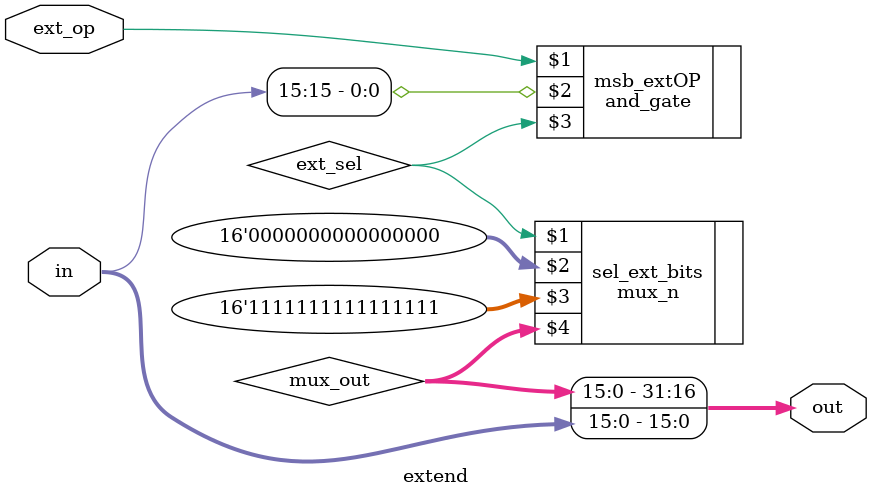
<source format=v>
`include "lib/mux_n.v"
module extend(ext_op,in,out);
  parameter integer n = 16; //number of bits in immediate
  input wire ext_op;
  input wire [n-1:0] in;
  output reg [31:0] out;

  reg [n-1:0] mux_out;
  //need wire to determine msb for signed
  //want 1 bits if MSB is 1 and ext_op is 1
  wire ext_sel;
  and_gate msb_extOP(ext_op,in[n-1],ext_sel);
  mux_n #(n) sel_ext_bits(ext_sel,{(32-n){1'b0}},{(32-n){1'b1}},mux_out);

  //concatenate to get 32-bit output
  always @*
      out = {mux_out,in};


  endmodule

</source>
